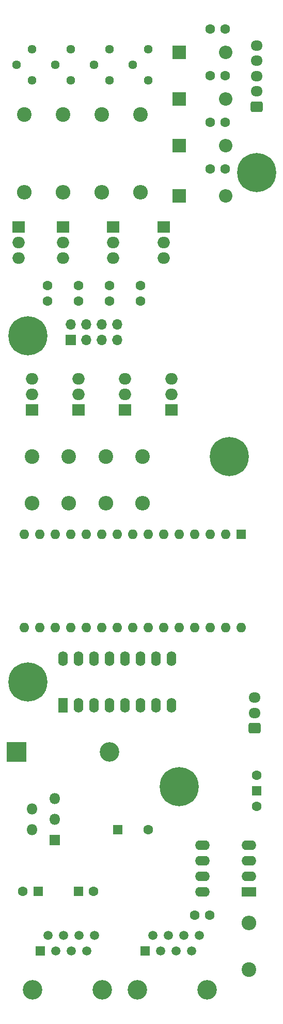
<source format=gts>
G04 #@! TF.GenerationSoftware,KiCad,Pcbnew,8.0.6*
G04 #@! TF.CreationDate,2024-11-01T16:27:22+01:00*
G04 #@! TF.ProjectId,dmx_to_pwm,646d785f-746f-45f7-9077-6d2e6b696361,rev?*
G04 #@! TF.SameCoordinates,Original*
G04 #@! TF.FileFunction,Soldermask,Top*
G04 #@! TF.FilePolarity,Negative*
%FSLAX46Y46*%
G04 Gerber Fmt 4.6, Leading zero omitted, Abs format (unit mm)*
G04 Created by KiCad (PCBNEW 8.0.6) date 2024-11-01 16:27:22*
%MOMM*%
%LPD*%
G01*
G04 APERTURE LIST*
G04 Aperture macros list*
%AMRoundRect*
0 Rectangle with rounded corners*
0 $1 Rounding radius*
0 $2 $3 $4 $5 $6 $7 $8 $9 X,Y pos of 4 corners*
0 Add a 4 corners polygon primitive as box body*
4,1,4,$2,$3,$4,$5,$6,$7,$8,$9,$2,$3,0*
0 Add four circle primitives for the rounded corners*
1,1,$1+$1,$2,$3*
1,1,$1+$1,$4,$5*
1,1,$1+$1,$6,$7*
1,1,$1+$1,$8,$9*
0 Add four rect primitives between the rounded corners*
20,1,$1+$1,$2,$3,$4,$5,0*
20,1,$1+$1,$4,$5,$6,$7,0*
20,1,$1+$1,$6,$7,$8,$9,0*
20,1,$1+$1,$8,$9,$2,$3,0*%
G04 Aperture macros list end*
%ADD10C,6.400000*%
%ADD11C,1.600000*%
%ADD12R,1.600000X1.600000*%
%ADD13C,1.440000*%
%ADD14R,2.000000X1.905000*%
%ADD15O,2.000000X1.905000*%
%ADD16R,2.200000X2.200000*%
%ADD17O,2.200000X2.200000*%
%ADD18R,3.200000X3.200000*%
%ADD19O,3.200000X3.200000*%
%ADD20C,2.400000*%
%ADD21O,2.400000X2.400000*%
%ADD22C,3.200000*%
%ADD23R,1.500000X1.500000*%
%ADD24C,1.500000*%
%ADD25R,1.600000X2.400000*%
%ADD26O,1.600000X2.400000*%
%ADD27RoundRect,0.250000X0.725000X-0.600000X0.725000X0.600000X-0.725000X0.600000X-0.725000X-0.600000X0*%
%ADD28O,1.950000X1.700000*%
%ADD29R,1.800000X1.800000*%
%ADD30O,1.800000X1.800000*%
%ADD31R,1.700000X1.700000*%
%ADD32O,1.700000X1.700000*%
%ADD33R,2.400000X1.600000*%
%ADD34O,2.400000X1.600000*%
%ADD35O,1.600000X1.600000*%
G04 APERTURE END LIST*
D10*
X104775000Y-93980000D03*
X96520000Y-147955000D03*
X71755000Y-130810000D03*
X71755000Y-74295000D03*
X109220000Y-47625000D03*
D11*
X104100000Y-31750000D03*
X101600000Y-31750000D03*
X74930000Y-66080000D03*
X74930000Y-68580000D03*
D12*
X86440000Y-154940000D03*
D11*
X91440000Y-154940000D03*
D13*
X85090000Y-32510000D03*
X82550000Y-29970000D03*
X85090000Y-27430000D03*
D14*
X77470000Y-56515000D03*
D15*
X77470000Y-59055000D03*
X77470000Y-61595000D03*
D12*
X80010000Y-165040000D03*
D11*
X82510000Y-165040000D03*
X80010000Y-66080000D03*
X80010000Y-68580000D03*
D13*
X78740000Y-32510000D03*
X76200000Y-29970000D03*
X78740000Y-27430000D03*
D16*
X96520000Y-27940000D03*
D17*
X104140000Y-27940000D03*
D18*
X69850000Y-142240000D03*
D19*
X85090000Y-142240000D03*
D20*
X71120000Y-38100000D03*
D21*
X71120000Y-50800000D03*
D20*
X90170000Y-38100000D03*
D21*
X90170000Y-50800000D03*
D14*
X85725000Y-56515000D03*
D15*
X85725000Y-59055000D03*
X85725000Y-61595000D03*
D20*
X72390000Y-93980000D03*
D21*
X72390000Y-101600000D03*
D20*
X84490000Y-93980000D03*
D21*
X84490000Y-101600000D03*
D20*
X107950000Y-177800000D03*
D21*
X107950000Y-170180000D03*
D16*
X96520000Y-35560000D03*
D17*
X104140000Y-35560000D03*
D22*
X89697500Y-181110000D03*
X101127500Y-181110000D03*
D23*
X90967500Y-174760000D03*
D24*
X92237500Y-172220000D03*
X93507500Y-174760000D03*
X94777500Y-172220000D03*
X96047500Y-174760000D03*
X97317500Y-172220000D03*
X98587500Y-174760000D03*
X99857500Y-172220000D03*
D14*
X93980000Y-56515000D03*
D15*
X93980000Y-59055000D03*
X93980000Y-61595000D03*
D11*
X104100000Y-39370000D03*
X101600000Y-39370000D03*
D14*
X95250000Y-86360000D03*
D15*
X95250000Y-83820000D03*
X95250000Y-81280000D03*
D20*
X77470000Y-38100000D03*
D21*
X77470000Y-50800000D03*
D25*
X77470000Y-134620000D03*
D26*
X80010000Y-134620000D03*
X82550000Y-134620000D03*
X85090000Y-134620000D03*
X87630000Y-134620000D03*
X90170000Y-134620000D03*
X92710000Y-134620000D03*
X95250000Y-134620000D03*
X95250000Y-127000000D03*
X92710000Y-127000000D03*
X90170000Y-127000000D03*
X87630000Y-127000000D03*
X85090000Y-127000000D03*
X82550000Y-127000000D03*
X80010000Y-127000000D03*
X77470000Y-127000000D03*
D20*
X83820000Y-38100000D03*
D21*
X83820000Y-50800000D03*
D14*
X80010000Y-86360000D03*
D15*
X80010000Y-83820000D03*
X80010000Y-81280000D03*
D27*
X108920000Y-138390000D03*
D28*
X108920000Y-135890000D03*
X108920000Y-133390000D03*
D14*
X72390000Y-86360000D03*
D15*
X72390000Y-83820000D03*
X72390000Y-81280000D03*
D13*
X72390000Y-32510000D03*
X69850000Y-29970000D03*
X72390000Y-27430000D03*
D29*
X76090000Y-156640000D03*
D30*
X72390000Y-154940000D03*
X76090000Y-153240000D03*
X72390000Y-151540000D03*
X76090000Y-149840000D03*
D31*
X78740000Y-74930000D03*
D32*
X78740000Y-72390000D03*
X81280000Y-74930000D03*
X81280000Y-72390000D03*
X83820000Y-74930000D03*
X83820000Y-72390000D03*
X86360000Y-74930000D03*
X86360000Y-72390000D03*
D33*
X107950000Y-165100000D03*
D34*
X107950000Y-162560000D03*
X107950000Y-160020000D03*
X107950000Y-157480000D03*
X100330000Y-157480000D03*
X100330000Y-160020000D03*
X100330000Y-162560000D03*
X100330000Y-165100000D03*
D27*
X109220000Y-36830000D03*
D28*
X109220000Y-34330000D03*
X109220000Y-31830000D03*
X109220000Y-29330000D03*
X109220000Y-26830000D03*
D20*
X78440000Y-93980000D03*
D21*
X78440000Y-101600000D03*
D14*
X87630000Y-86360000D03*
D15*
X87630000Y-83820000D03*
X87630000Y-81280000D03*
D22*
X72512500Y-181110000D03*
X83942500Y-181110000D03*
D23*
X73782500Y-174760000D03*
D24*
X75052500Y-172220000D03*
X76322500Y-174760000D03*
X77592500Y-172220000D03*
X78862500Y-174760000D03*
X80132500Y-172220000D03*
X81402500Y-174760000D03*
X82672500Y-172220000D03*
D12*
X73371395Y-165040000D03*
D11*
X70871395Y-165040000D03*
X90170000Y-66080000D03*
X90170000Y-68580000D03*
D23*
X109220000Y-148590000D03*
D11*
X109220000Y-146050000D03*
X109220000Y-151130000D03*
X104100000Y-46990000D03*
X101600000Y-46990000D03*
X99060000Y-168910000D03*
X101560000Y-168910000D03*
D14*
X70175000Y-56515000D03*
D15*
X70175000Y-59055000D03*
X70175000Y-61595000D03*
D20*
X90540000Y-93980000D03*
D21*
X90540000Y-101600000D03*
D16*
X96520000Y-43180000D03*
D17*
X104140000Y-43180000D03*
D13*
X91440000Y-32510000D03*
X88900000Y-29970000D03*
X91440000Y-27430000D03*
D12*
X106680000Y-106680000D03*
D35*
X104140000Y-106680000D03*
X101600000Y-106680000D03*
X99060000Y-106680000D03*
X96520000Y-106680000D03*
X93980000Y-106680000D03*
X91440000Y-106680000D03*
X88900000Y-106680000D03*
X86360000Y-106680000D03*
X83820000Y-106680000D03*
X81280000Y-106680000D03*
X78740000Y-106680000D03*
X76200000Y-106680000D03*
X73660000Y-106680000D03*
X71120000Y-106680000D03*
X71120000Y-121920000D03*
X73660000Y-121920000D03*
X76200000Y-121920000D03*
X78740000Y-121920000D03*
X81280000Y-121920000D03*
X83820000Y-121920000D03*
X86360000Y-121920000D03*
X88900000Y-121920000D03*
X91440000Y-121920000D03*
X93980000Y-121920000D03*
X96520000Y-121920000D03*
X99060000Y-121920000D03*
X101600000Y-121920000D03*
X104140000Y-121920000D03*
X106680000Y-121920000D03*
D11*
X85090000Y-66080000D03*
X85090000Y-68580000D03*
X104100000Y-24130000D03*
X101600000Y-24130000D03*
D16*
X96520000Y-51435000D03*
D17*
X104140000Y-51435000D03*
M02*

</source>
